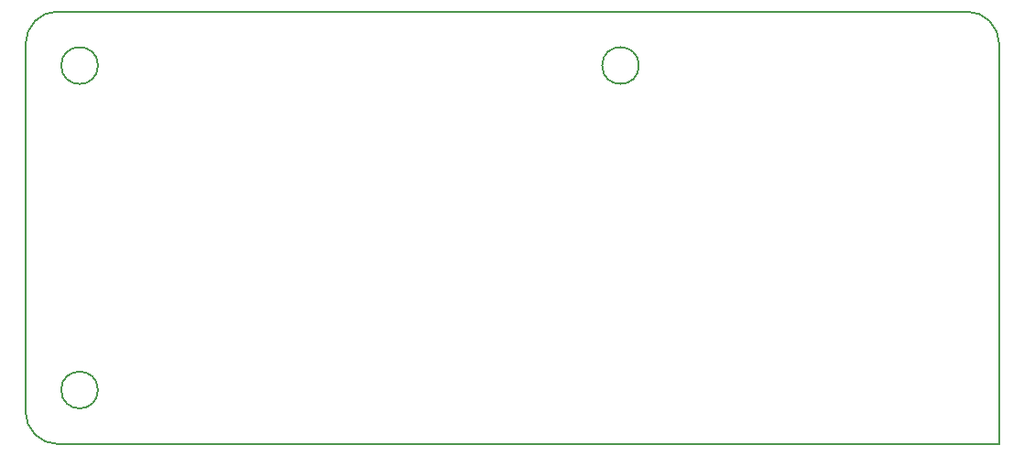
<source format=gbr>
%TF.GenerationSoftware,KiCad,Pcbnew,(6.0.11)*%
%TF.CreationDate,2024-02-10T16:45:40+09:00*%
%TF.ProjectId,SmallMD,536d616c-6c4d-4442-9e6b-696361645f70,rev?*%
%TF.SameCoordinates,Original*%
%TF.FileFunction,Profile,NP*%
%FSLAX46Y46*%
G04 Gerber Fmt 4.6, Leading zero omitted, Abs format (unit mm)*
G04 Created by KiCad (PCBNEW (6.0.11)) date 2024-02-10 16:45:40*
%MOMM*%
%LPD*%
G01*
G04 APERTURE LIST*
%TA.AperFunction,Profile*%
%ADD10C,0.200000*%
%TD*%
G04 APERTURE END LIST*
D10*
X80960000Y-59670000D02*
X80960000Y-93670000D01*
X80960000Y-93670000D02*
G75*
G03*
X83960000Y-96670000I3000000J0D01*
G01*
X170960000Y-96670000D02*
X170960000Y-59670000D01*
X87660000Y-61670000D02*
G75*
G03*
X87660000Y-61670000I-1700000J0D01*
G01*
X83960000Y-56670000D02*
G75*
G03*
X80960000Y-59670000I0J-3000000D01*
G01*
X170960000Y-59670000D02*
G75*
G03*
X167960000Y-56670000I-3000000J0D01*
G01*
X87660000Y-91670000D02*
G75*
G03*
X87660000Y-91670000I-1700000J0D01*
G01*
X83960000Y-96670000D02*
X170960000Y-96670000D01*
X137660000Y-61670000D02*
G75*
G03*
X137660000Y-61670000I-1700000J0D01*
G01*
X167960000Y-56670000D02*
X83960000Y-56670000D01*
M02*

</source>
